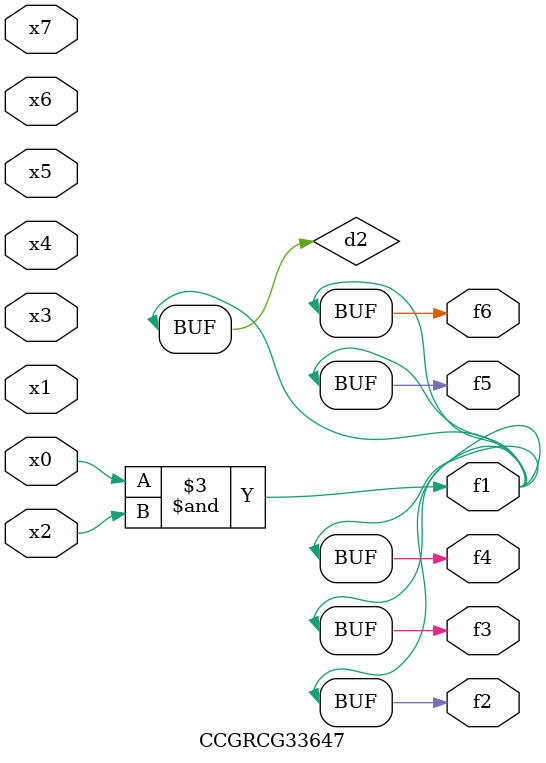
<source format=v>
module CCGRCG33647(
	input x0, x1, x2, x3, x4, x5, x6, x7,
	output f1, f2, f3, f4, f5, f6
);

	wire d1, d2;

	nor (d1, x3, x6);
	and (d2, x0, x2);
	assign f1 = d2;
	assign f2 = d2;
	assign f3 = d2;
	assign f4 = d2;
	assign f5 = d2;
	assign f6 = d2;
endmodule

</source>
